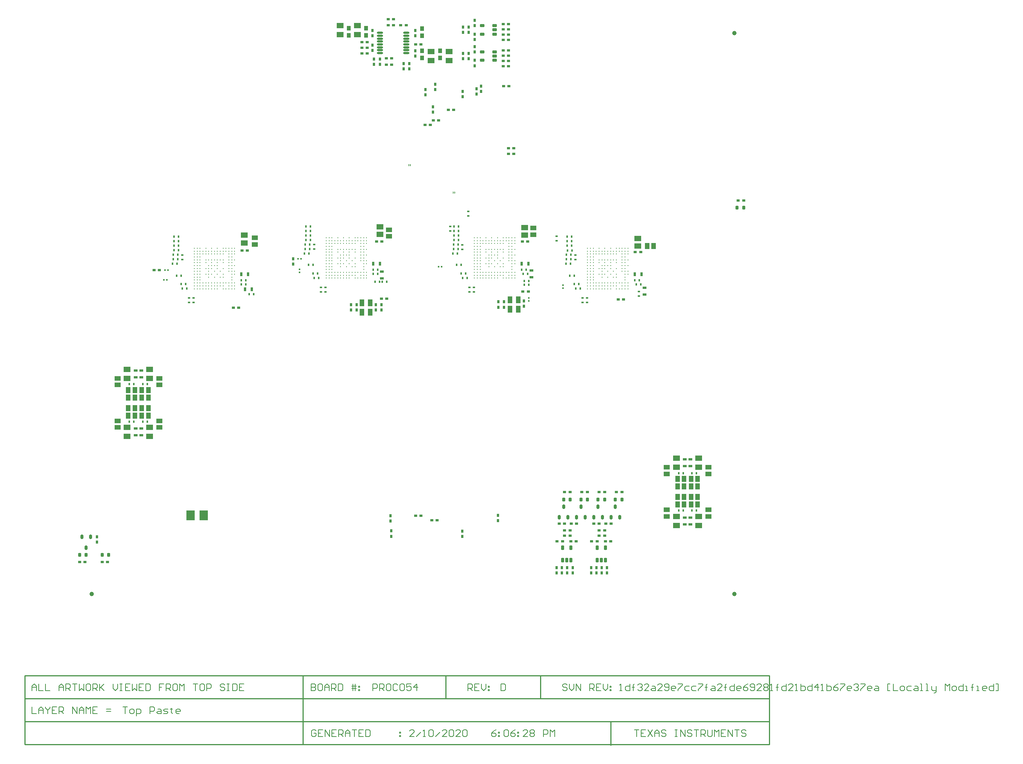
<source format=gtp>
G04*
G04 #@! TF.GenerationSoftware,Altium Limited,Altium Designer,19.1.6 (110)*
G04*
G04 Layer_Color=8421504*
%FSAX25Y25*%
%MOIN*%
G70*
G01*
G75*
%ADD16C,0.01000*%
%ADD18C,0.00800*%
G04:AMPARAMS|DCode=25|XSize=23.62mil|YSize=31.5mil|CornerRadius=2.01mil|HoleSize=0mil|Usage=FLASHONLY|Rotation=180.000|XOffset=0mil|YOffset=0mil|HoleType=Round|Shape=RoundedRectangle|*
%AMROUNDEDRECTD25*
21,1,0.02362,0.02748,0,0,180.0*
21,1,0.01961,0.03150,0,0,180.0*
1,1,0.00402,-0.00980,0.01374*
1,1,0.00402,0.00980,0.01374*
1,1,0.00402,0.00980,-0.01374*
1,1,0.00402,-0.00980,-0.01374*
%
%ADD25ROUNDEDRECTD25*%
G04:AMPARAMS|DCode=26|XSize=23.62mil|YSize=39.37mil|CornerRadius=5.91mil|HoleSize=0mil|Usage=FLASHONLY|Rotation=180.000|XOffset=0mil|YOffset=0mil|HoleType=Round|Shape=RoundedRectangle|*
%AMROUNDEDRECTD26*
21,1,0.02362,0.02756,0,0,180.0*
21,1,0.01181,0.03937,0,0,180.0*
1,1,0.01181,-0.00591,0.01378*
1,1,0.01181,0.00591,0.01378*
1,1,0.01181,0.00591,-0.01378*
1,1,0.01181,-0.00591,-0.01378*
%
%ADD26ROUNDEDRECTD26*%
%ADD27O,0.05512X0.01772*%
G04:AMPARAMS|DCode=28|XSize=41.34mil|YSize=57.09mil|CornerRadius=2.07mil|HoleSize=0mil|Usage=FLASHONLY|Rotation=0.000|XOffset=0mil|YOffset=0mil|HoleType=Round|Shape=RoundedRectangle|*
%AMROUNDEDRECTD28*
21,1,0.04134,0.05295,0,0,0.0*
21,1,0.03720,0.05709,0,0,0.0*
1,1,0.00413,0.01860,-0.02648*
1,1,0.00413,-0.01860,-0.02648*
1,1,0.00413,-0.01860,0.02648*
1,1,0.00413,0.01860,0.02648*
%
%ADD28ROUNDEDRECTD28*%
%ADD29C,0.03937*%
G04:AMPARAMS|DCode=30|XSize=23.62mil|YSize=39.37mil|CornerRadius=2.01mil|HoleSize=0mil|Usage=FLASHONLY|Rotation=180.000|XOffset=0mil|YOffset=0mil|HoleType=Round|Shape=RoundedRectangle|*
%AMROUNDEDRECTD30*
21,1,0.02362,0.03535,0,0,180.0*
21,1,0.01961,0.03937,0,0,180.0*
1,1,0.00402,-0.00980,0.01768*
1,1,0.00402,0.00980,0.01768*
1,1,0.00402,0.00980,-0.01768*
1,1,0.00402,-0.00980,-0.01768*
%
%ADD30ROUNDEDRECTD30*%
%ADD31C,0.01260*%
G04:AMPARAMS|DCode=32|XSize=87.8mil|YSize=70.87mil|CornerRadius=2.13mil|HoleSize=0mil|Usage=FLASHONLY|Rotation=90.000|XOffset=0mil|YOffset=0mil|HoleType=Round|Shape=RoundedRectangle|*
%AMROUNDEDRECTD32*
21,1,0.08780,0.06661,0,0,90.0*
21,1,0.08354,0.07087,0,0,90.0*
1,1,0.00425,0.03331,0.04177*
1,1,0.00425,0.03331,-0.04177*
1,1,0.00425,-0.03331,-0.04177*
1,1,0.00425,-0.03331,0.04177*
%
%ADD32ROUNDEDRECTD32*%
%ADD33R,0.06300X0.05000*%
%ADD34R,0.05906X0.05118*%
%ADD35R,0.02362X0.03150*%
G04:AMPARAMS|DCode=36|XSize=7.48mil|YSize=17.32mil|CornerRadius=1.98mil|HoleSize=0mil|Usage=FLASHONLY|Rotation=0.000|XOffset=0mil|YOffset=0mil|HoleType=Round|Shape=RoundedRectangle|*
%AMROUNDEDRECTD36*
21,1,0.00748,0.01336,0,0,0.0*
21,1,0.00352,0.01732,0,0,0.0*
1,1,0.00397,0.00176,-0.00668*
1,1,0.00397,-0.00176,-0.00668*
1,1,0.00397,-0.00176,0.00668*
1,1,0.00397,0.00176,0.00668*
%
%ADD36ROUNDEDRECTD36*%
%ADD37R,0.01654X0.01811*%
%ADD38R,0.01500X0.02400*%
%ADD39R,0.03150X0.02362*%
%ADD40R,0.02400X0.01500*%
G04:AMPARAMS|DCode=41|XSize=23.62mil|YSize=39.37mil|CornerRadius=2.01mil|HoleSize=0mil|Usage=FLASHONLY|Rotation=270.000|XOffset=0mil|YOffset=0mil|HoleType=Round|Shape=RoundedRectangle|*
%AMROUNDEDRECTD41*
21,1,0.02362,0.03535,0,0,270.0*
21,1,0.01961,0.03937,0,0,270.0*
1,1,0.00402,-0.01768,-0.00980*
1,1,0.00402,-0.01768,0.00980*
1,1,0.00402,0.01768,0.00980*
1,1,0.00402,0.01768,-0.00980*
%
%ADD41ROUNDEDRECTD41*%
%ADD42R,0.01811X0.01654*%
%ADD43R,0.03500X0.02000*%
%ADD44R,0.02000X0.03500*%
%ADD45R,0.04331X0.05512*%
%ADD46R,0.05512X0.04331*%
%ADD47R,0.03740X0.03937*%
G54D16*
X0569450Y0049400D02*
Y0069683D01*
X0450550Y0050050D02*
X0710250D01*
Y0111050D01*
X0296550Y0050050D02*
Y0111050D01*
X0050050Y0050050D02*
Y0111050D01*
X0050100Y0050050D02*
X0207650D01*
X0050100D02*
Y0111050D01*
Y0111050D02*
X0710250D01*
X0050050Y0050050D02*
X0450550D01*
X0050050Y0070383D02*
X0710050D01*
X0050050Y0090717D02*
X0710250D01*
X0423250D02*
Y0111050D01*
X0507250Y0090717D02*
Y0111050D01*
G54D18*
X0136950Y0083549D02*
X0140949D01*
X0138949D01*
Y0077551D01*
X0143948D02*
X0145947D01*
X0146947Y0078550D01*
Y0080550D01*
X0145947Y0081549D01*
X0143948D01*
X0142948Y0080550D01*
Y0078550D01*
X0143948Y0077551D01*
X0148946Y0075551D02*
Y0081549D01*
X0151945D01*
X0152945Y0080550D01*
Y0078550D01*
X0151945Y0077551D01*
X0148946D01*
X0160942D02*
Y0083549D01*
X0163941D01*
X0164941Y0082549D01*
Y0080550D01*
X0163941Y0079550D01*
X0160942D01*
X0167940Y0081549D02*
X0169939D01*
X0170939Y0080550D01*
Y0077551D01*
X0167940D01*
X0166940Y0078550D01*
X0167940Y0079550D01*
X0170939D01*
X0172938Y0077551D02*
X0175937D01*
X0176937Y0078550D01*
X0175937Y0079550D01*
X0173938D01*
X0172938Y0080550D01*
X0173938Y0081549D01*
X0176937D01*
X0179936Y0082549D02*
Y0081549D01*
X0178936D01*
X0180936D01*
X0179936D01*
Y0078550D01*
X0180936Y0077551D01*
X0186934D02*
X0184934D01*
X0183935Y0078550D01*
Y0080550D01*
X0184934Y0081549D01*
X0186934D01*
X0187934Y0080550D01*
Y0079550D01*
X0183935D01*
X0590550Y0062964D02*
X0594549D01*
X0592549D01*
Y0056966D01*
X0600547Y0062964D02*
X0596548D01*
Y0056966D01*
X0600547D01*
X0596548Y0059965D02*
X0598547D01*
X0602546Y0062964D02*
X0606545Y0056966D01*
Y0062964D02*
X0602546Y0056966D01*
X0608544D02*
Y0060965D01*
X0610543Y0062964D01*
X0612543Y0060965D01*
Y0056966D01*
Y0059965D01*
X0608544D01*
X0618541Y0061965D02*
X0617541Y0062964D01*
X0615542D01*
X0614542Y0061965D01*
Y0060965D01*
X0615542Y0059965D01*
X0617541D01*
X0618541Y0058966D01*
Y0057966D01*
X0617541Y0056966D01*
X0615542D01*
X0614542Y0057966D01*
X0626538Y0062964D02*
X0628538D01*
X0627538D01*
Y0056966D01*
X0626538D01*
X0628538D01*
X0631537D02*
Y0062964D01*
X0635535Y0056966D01*
Y0062964D01*
X0641534Y0061965D02*
X0640534Y0062964D01*
X0638534D01*
X0637535Y0061965D01*
Y0060965D01*
X0638534Y0059965D01*
X0640534D01*
X0641534Y0058966D01*
Y0057966D01*
X0640534Y0056966D01*
X0638534D01*
X0637535Y0057966D01*
X0643533Y0062964D02*
X0647532D01*
X0645532D01*
Y0056966D01*
X0649531D02*
Y0062964D01*
X0652530D01*
X0653530Y0061965D01*
Y0059965D01*
X0652530Y0058966D01*
X0649531D01*
X0651530D02*
X0653530Y0056966D01*
X0655529Y0062964D02*
Y0057966D01*
X0656529Y0056966D01*
X0658528D01*
X0659528Y0057966D01*
Y0062964D01*
X0661527Y0056966D02*
Y0062964D01*
X0663526Y0060965D01*
X0665526Y0062964D01*
Y0056966D01*
X0671524Y0062964D02*
X0667525D01*
Y0056966D01*
X0671524D01*
X0667525Y0059965D02*
X0669524D01*
X0673523Y0056966D02*
Y0062964D01*
X0677522Y0056966D01*
Y0062964D01*
X0679521D02*
X0683520D01*
X0681521D01*
Y0056966D01*
X0689518Y0061965D02*
X0688518Y0062964D01*
X0686519D01*
X0685519Y0061965D01*
Y0060965D01*
X0686519Y0059965D01*
X0688518D01*
X0689518Y0058966D01*
Y0057966D01*
X0688518Y0056966D01*
X0686519D01*
X0685519Y0057966D01*
X0468099Y0062964D02*
X0466099Y0061965D01*
X0464100Y0059965D01*
Y0057966D01*
X0465100Y0056966D01*
X0467099D01*
X0468099Y0057966D01*
Y0058966D01*
X0467099Y0059965D01*
X0464100D01*
X0470098Y0060965D02*
X0471098D01*
Y0059965D01*
X0470098D01*
Y0060965D01*
Y0057966D02*
X0471098D01*
Y0056966D01*
X0470098D01*
Y0057966D01*
X0475096Y0061965D02*
X0476096Y0062964D01*
X0478095D01*
X0479095Y0061965D01*
Y0057966D01*
X0478095Y0056966D01*
X0476096D01*
X0475096Y0057966D01*
Y0061965D01*
X0485093Y0062964D02*
X0483094Y0061965D01*
X0481095Y0059965D01*
Y0057966D01*
X0482094Y0056966D01*
X0484094D01*
X0485093Y0057966D01*
Y0058966D01*
X0484094Y0059965D01*
X0481095D01*
X0487093Y0060965D02*
X0488092D01*
Y0059965D01*
X0487093D01*
Y0060965D01*
Y0057966D02*
X0488092D01*
Y0056966D01*
X0487093D01*
Y0057966D01*
X0496090Y0056966D02*
X0492091D01*
X0496090Y0060965D01*
Y0061965D01*
X0495090Y0062964D01*
X0493091D01*
X0492091Y0061965D01*
X0498089D02*
X0499089Y0062964D01*
X0501088D01*
X0502088Y0061965D01*
Y0060965D01*
X0501088Y0059965D01*
X0502088Y0058966D01*
Y0057966D01*
X0501088Y0056966D01*
X0499089D01*
X0498089Y0057966D01*
Y0058966D01*
X0499089Y0059965D01*
X0498089Y0060965D01*
Y0061965D01*
X0499089Y0059965D02*
X0501088D01*
X0510085Y0056966D02*
Y0062964D01*
X0513084D01*
X0514084Y0061965D01*
Y0059965D01*
X0513084Y0058966D01*
X0510085D01*
X0516083Y0056966D02*
Y0062964D01*
X0518083Y0060965D01*
X0520082Y0062964D01*
Y0056966D01*
X0056400Y0083549D02*
Y0077551D01*
X0060399D01*
X0062398D02*
Y0081549D01*
X0064397Y0083549D01*
X0066397Y0081549D01*
Y0077551D01*
Y0080550D01*
X0062398D01*
X0068396Y0083549D02*
Y0082549D01*
X0070395Y0080550D01*
X0072395Y0082549D01*
Y0083549D01*
X0070395Y0080550D02*
Y0077551D01*
X0078393Y0083549D02*
X0074394D01*
Y0077551D01*
X0078393D01*
X0074394Y0080550D02*
X0076394D01*
X0080392Y0077551D02*
Y0083549D01*
X0083391D01*
X0084391Y0082549D01*
Y0080550D01*
X0083391Y0079550D01*
X0080392D01*
X0082392D02*
X0084391Y0077551D01*
X0092388D02*
Y0083549D01*
X0096387Y0077551D01*
Y0083549D01*
X0098386Y0077551D02*
Y0081549D01*
X0100386Y0083549D01*
X0102385Y0081549D01*
Y0077551D01*
Y0080550D01*
X0098386D01*
X0104385Y0077551D02*
Y0083549D01*
X0106384Y0081549D01*
X0108383Y0083549D01*
Y0077551D01*
X0114381Y0083549D02*
X0110382D01*
Y0077551D01*
X0114381D01*
X0110382Y0080550D02*
X0112382D01*
X0122379Y0079550D02*
X0126377D01*
X0122379Y0081549D02*
X0126377D01*
X0304050Y0103831D02*
Y0097833D01*
X0307049D01*
X0308049Y0098833D01*
Y0099833D01*
X0307049Y0100832D01*
X0304050D01*
X0307049D01*
X0308049Y0101832D01*
Y0102832D01*
X0307049Y0103831D01*
X0304050D01*
X0313047D02*
X0311048D01*
X0310048Y0102832D01*
Y0098833D01*
X0311048Y0097833D01*
X0313047D01*
X0314047Y0098833D01*
Y0102832D01*
X0313047Y0103831D01*
X0316046Y0097833D02*
Y0101832D01*
X0318045Y0103831D01*
X0320045Y0101832D01*
Y0097833D01*
Y0100832D01*
X0316046D01*
X0322044Y0097833D02*
Y0103831D01*
X0325043D01*
X0326043Y0102832D01*
Y0100832D01*
X0325043Y0099833D01*
X0322044D01*
X0324043D02*
X0326043Y0097833D01*
X0328042Y0103831D02*
Y0097833D01*
X0331041D01*
X0332041Y0098833D01*
Y0102832D01*
X0331041Y0103831D01*
X0328042D01*
X0341038Y0097833D02*
Y0103831D01*
X0343037D02*
Y0097833D01*
X0340038Y0101832D02*
X0343037D01*
X0344037D01*
X0340038Y0099833D02*
X0344037D01*
X0346036Y0101832D02*
X0347036D01*
Y0100832D01*
X0346036D01*
Y0101832D01*
Y0098833D02*
X0347036D01*
Y0097833D01*
X0346036D01*
Y0098833D01*
X0358600Y0097833D02*
Y0103831D01*
X0361599D01*
X0362599Y0102832D01*
Y0100832D01*
X0361599Y0099833D01*
X0358600D01*
X0364598Y0097833D02*
Y0103831D01*
X0367597D01*
X0368597Y0102832D01*
Y0100832D01*
X0367597Y0099833D01*
X0364598D01*
X0366597D02*
X0368597Y0097833D01*
X0373595Y0103831D02*
X0371596D01*
X0370596Y0102832D01*
Y0098833D01*
X0371596Y0097833D01*
X0373595D01*
X0374595Y0098833D01*
Y0102832D01*
X0373595Y0103831D01*
X0380593Y0102832D02*
X0379593Y0103831D01*
X0377594D01*
X0376594Y0102832D01*
Y0098833D01*
X0377594Y0097833D01*
X0379593D01*
X0380593Y0098833D01*
X0382592Y0102832D02*
X0383592Y0103831D01*
X0385591D01*
X0386591Y0102832D01*
Y0098833D01*
X0385591Y0097833D01*
X0383592D01*
X0382592Y0098833D01*
Y0102832D01*
X0392589Y0103831D02*
X0388590D01*
Y0100832D01*
X0390590Y0101832D01*
X0391589D01*
X0392589Y0100832D01*
Y0098833D01*
X0391589Y0097833D01*
X0389590D01*
X0388590Y0098833D01*
X0397587Y0097833D02*
Y0103831D01*
X0394588Y0100832D01*
X0398587D01*
X0472200Y0103831D02*
Y0097833D01*
X0475199D01*
X0476199Y0098833D01*
Y0102832D01*
X0475199Y0103831D01*
X0472200D01*
X0056400Y0097833D02*
Y0101832D01*
X0058399Y0103831D01*
X0060399Y0101832D01*
Y0097833D01*
Y0100832D01*
X0056400D01*
X0062398Y0103831D02*
Y0097833D01*
X0066397D01*
X0068396Y0103831D02*
Y0097833D01*
X0072395D01*
X0080392D02*
Y0101832D01*
X0082392Y0103831D01*
X0084391Y0101832D01*
Y0097833D01*
Y0100832D01*
X0080392D01*
X0086390Y0097833D02*
Y0103831D01*
X0089389D01*
X0090389Y0102832D01*
Y0100832D01*
X0089389Y0099833D01*
X0086390D01*
X0088390D02*
X0090389Y0097833D01*
X0092388Y0103831D02*
X0096387D01*
X0094388D01*
Y0097833D01*
X0098386Y0103831D02*
Y0097833D01*
X0100386Y0099833D01*
X0102385Y0097833D01*
Y0103831D01*
X0107384D02*
X0105384D01*
X0104385Y0102832D01*
Y0098833D01*
X0105384Y0097833D01*
X0107384D01*
X0108383Y0098833D01*
Y0102832D01*
X0107384Y0103831D01*
X0110382Y0097833D02*
Y0103831D01*
X0113382D01*
X0114381Y0102832D01*
Y0100832D01*
X0113382Y0099833D01*
X0110382D01*
X0112382D02*
X0114381Y0097833D01*
X0116381Y0103831D02*
Y0097833D01*
Y0099833D01*
X0120379Y0103831D01*
X0117380Y0100832D01*
X0120379Y0097833D01*
X0128377Y0103831D02*
Y0099833D01*
X0130376Y0097833D01*
X0132375Y0099833D01*
Y0103831D01*
X0134375D02*
X0136374D01*
X0135374D01*
Y0097833D01*
X0134375D01*
X0136374D01*
X0143372Y0103831D02*
X0139373D01*
Y0097833D01*
X0143372D01*
X0139373Y0100832D02*
X0141373D01*
X0145371Y0103831D02*
Y0097833D01*
X0147371Y0099833D01*
X0149370Y0097833D01*
Y0103831D01*
X0155368D02*
X0151369D01*
Y0097833D01*
X0155368D01*
X0151369Y0100832D02*
X0153369D01*
X0157367Y0103831D02*
Y0097833D01*
X0160366D01*
X0161366Y0098833D01*
Y0102832D01*
X0160366Y0103831D01*
X0157367D01*
X0173362D02*
X0169363D01*
Y0100832D01*
X0171363D01*
X0169363D01*
Y0097833D01*
X0175362D02*
Y0103831D01*
X0178360D01*
X0179360Y0102832D01*
Y0100832D01*
X0178360Y0099833D01*
X0175362D01*
X0177361D02*
X0179360Y0097833D01*
X0184359Y0103831D02*
X0182359D01*
X0181360Y0102832D01*
Y0098833D01*
X0182359Y0097833D01*
X0184359D01*
X0185358Y0098833D01*
Y0102832D01*
X0184359Y0103831D01*
X0187358Y0097833D02*
Y0103831D01*
X0189357Y0101832D01*
X0191356Y0103831D01*
Y0097833D01*
X0199354Y0103831D02*
X0203352D01*
X0201353D01*
Y0097833D01*
X0208351Y0103831D02*
X0206351D01*
X0205352Y0102832D01*
Y0098833D01*
X0206351Y0097833D01*
X0208351D01*
X0209350Y0098833D01*
Y0102832D01*
X0208351Y0103831D01*
X0211350Y0097833D02*
Y0103831D01*
X0214349D01*
X0215349Y0102832D01*
Y0100832D01*
X0214349Y0099833D01*
X0211350D01*
X0227345Y0102832D02*
X0226345Y0103831D01*
X0224346D01*
X0223346Y0102832D01*
Y0101832D01*
X0224346Y0100832D01*
X0226345D01*
X0227345Y0099833D01*
Y0098833D01*
X0226345Y0097833D01*
X0224346D01*
X0223346Y0098833D01*
X0229344Y0103831D02*
X0231343D01*
X0230344D01*
Y0097833D01*
X0229344D01*
X0231343D01*
X0234342Y0103831D02*
Y0097833D01*
X0237341D01*
X0238341Y0098833D01*
Y0102832D01*
X0237341Y0103831D01*
X0234342D01*
X0244339D02*
X0240340D01*
Y0097833D01*
X0244339D01*
X0240340Y0100832D02*
X0242340D01*
X0308249Y0061965D02*
X0307249Y0062964D01*
X0305250D01*
X0304250Y0061965D01*
Y0057966D01*
X0305250Y0056966D01*
X0307249D01*
X0308249Y0057966D01*
Y0059965D01*
X0306249D01*
X0314247Y0062964D02*
X0310248D01*
Y0056966D01*
X0314247D01*
X0310248Y0059965D02*
X0312247D01*
X0316246Y0056966D02*
Y0062964D01*
X0320245Y0056966D01*
Y0062964D01*
X0326243D02*
X0322244D01*
Y0056966D01*
X0326243D01*
X0322244Y0059965D02*
X0324243D01*
X0328242Y0056966D02*
Y0062964D01*
X0331241D01*
X0332241Y0061965D01*
Y0059965D01*
X0331241Y0058966D01*
X0328242D01*
X0330242D02*
X0332241Y0056966D01*
X0334240D02*
Y0060965D01*
X0336240Y0062964D01*
X0338239Y0060965D01*
Y0056966D01*
Y0059965D01*
X0334240D01*
X0340238Y0062964D02*
X0344237D01*
X0342238D01*
Y0056966D01*
X0350235Y0062964D02*
X0346236D01*
Y0056966D01*
X0350235D01*
X0346236Y0059965D02*
X0348236D01*
X0352235Y0062964D02*
Y0056966D01*
X0355234D01*
X0356233Y0057966D01*
Y0061965D01*
X0355234Y0062964D01*
X0352235D01*
X0382225Y0060965D02*
X0383225D01*
Y0059965D01*
X0382225D01*
Y0060965D01*
Y0057966D02*
X0383225D01*
Y0056966D01*
X0382225D01*
Y0057966D01*
X0395199Y0056966D02*
X0391200D01*
X0395199Y0060965D01*
Y0061965D01*
X0394199Y0062964D01*
X0392200D01*
X0391200Y0061965D01*
X0397198Y0056966D02*
X0401197Y0060965D01*
X0403196Y0056966D02*
X0405196D01*
X0404196D01*
Y0062964D01*
X0403196Y0061965D01*
X0408194D02*
X0409194Y0062964D01*
X0411194D01*
X0412193Y0061965D01*
Y0057966D01*
X0411194Y0056966D01*
X0409194D01*
X0408194Y0057966D01*
Y0061965D01*
X0414193Y0056966D02*
X0418191Y0060965D01*
X0424189Y0056966D02*
X0420191D01*
X0424189Y0060965D01*
Y0061965D01*
X0423190Y0062964D01*
X0421190D01*
X0420191Y0061965D01*
X0426189D02*
X0427188Y0062964D01*
X0429188D01*
X0430187Y0061965D01*
Y0057966D01*
X0429188Y0056966D01*
X0427188D01*
X0426189Y0057966D01*
Y0061965D01*
X0436186Y0056966D02*
X0432187D01*
X0436186Y0060965D01*
Y0061965D01*
X0435186Y0062964D01*
X0433186D01*
X0432187Y0061965D01*
X0438185D02*
X0439185Y0062964D01*
X0441184D01*
X0442183Y0061965D01*
Y0057966D01*
X0441184Y0056966D01*
X0439185D01*
X0438185Y0057966D01*
Y0061965D01*
X0443050Y0097833D02*
Y0103831D01*
X0446049D01*
X0447049Y0102832D01*
Y0100832D01*
X0446049Y0099833D01*
X0443050D01*
X0445049D02*
X0447049Y0097833D01*
X0453047Y0103831D02*
X0449048D01*
Y0097833D01*
X0453047D01*
X0449048Y0100832D02*
X0451047D01*
X0455046Y0103831D02*
Y0099833D01*
X0457046Y0097833D01*
X0459045Y0099833D01*
Y0103831D01*
X0461044Y0101832D02*
X0462044D01*
Y0100832D01*
X0461044D01*
Y0101832D01*
Y0098833D02*
X0462044D01*
Y0097833D01*
X0461044D01*
Y0098833D01*
X0530849Y0102832D02*
X0529849Y0103831D01*
X0527850D01*
X0526850Y0102832D01*
Y0101832D01*
X0527850Y0100832D01*
X0529849D01*
X0530849Y0099833D01*
Y0098833D01*
X0529849Y0097833D01*
X0527850D01*
X0526850Y0098833D01*
X0532848Y0103831D02*
Y0099833D01*
X0534847Y0097833D01*
X0536847Y0099833D01*
Y0103831D01*
X0538846Y0097833D02*
Y0103831D01*
X0542845Y0097833D01*
Y0103831D01*
X0550842Y0097833D02*
Y0103831D01*
X0553841D01*
X0554841Y0102832D01*
Y0100832D01*
X0553841Y0099833D01*
X0550842D01*
X0552842D02*
X0554841Y0097833D01*
X0560839Y0103831D02*
X0556840D01*
Y0097833D01*
X0560839D01*
X0556840Y0100832D02*
X0558840D01*
X0562838Y0103831D02*
Y0099833D01*
X0564838Y0097833D01*
X0566837Y0099833D01*
Y0103831D01*
X0568836Y0101832D02*
X0569836D01*
Y0100832D01*
X0568836D01*
Y0101832D01*
Y0098833D02*
X0569836D01*
Y0097833D01*
X0568836D01*
Y0098833D01*
X0577450Y0097833D02*
X0579449D01*
X0578450D01*
Y0103831D01*
X0577450Y0102832D01*
X0586447Y0103831D02*
Y0097833D01*
X0583448D01*
X0582448Y0098833D01*
Y0100832D01*
X0583448Y0101832D01*
X0586447D01*
X0589446Y0097833D02*
Y0102832D01*
Y0100832D01*
X0588446D01*
X0590446D01*
X0589446D01*
Y0102832D01*
X0590446Y0103831D01*
X0593445Y0102832D02*
X0594445Y0103831D01*
X0596444D01*
X0597443Y0102832D01*
Y0101832D01*
X0596444Y0100832D01*
X0595444D01*
X0596444D01*
X0597443Y0099833D01*
Y0098833D01*
X0596444Y0097833D01*
X0594445D01*
X0593445Y0098833D01*
X0603442Y0097833D02*
X0599443D01*
X0603442Y0101832D01*
Y0102832D01*
X0602442Y0103831D01*
X0600443D01*
X0599443Y0102832D01*
X0606441Y0101832D02*
X0608440D01*
X0609440Y0100832D01*
Y0097833D01*
X0606441D01*
X0605441Y0098833D01*
X0606441Y0099833D01*
X0609440D01*
X0615438Y0097833D02*
X0611439D01*
X0615438Y0101832D01*
Y0102832D01*
X0614438Y0103831D01*
X0612439D01*
X0611439Y0102832D01*
X0617437Y0098833D02*
X0618437Y0097833D01*
X0620436D01*
X0621436Y0098833D01*
Y0102832D01*
X0620436Y0103831D01*
X0618437D01*
X0617437Y0102832D01*
Y0101832D01*
X0618437Y0100832D01*
X0621436D01*
X0626434Y0097833D02*
X0624435D01*
X0623435Y0098833D01*
Y0100832D01*
X0624435Y0101832D01*
X0626434D01*
X0627434Y0100832D01*
Y0099833D01*
X0623435D01*
X0629433Y0103831D02*
X0633432D01*
Y0102832D01*
X0629433Y0098833D01*
Y0097833D01*
X0639430Y0101832D02*
X0636431D01*
X0635431Y0100832D01*
Y0098833D01*
X0636431Y0097833D01*
X0639430D01*
X0645428Y0101832D02*
X0642429D01*
X0641429Y0100832D01*
Y0098833D01*
X0642429Y0097833D01*
X0645428D01*
X0647427Y0103831D02*
X0651426D01*
Y0102832D01*
X0647427Y0098833D01*
Y0097833D01*
X0654425D02*
Y0102832D01*
Y0100832D01*
X0653425D01*
X0655425D01*
X0654425D01*
Y0102832D01*
X0655425Y0103831D01*
X0659423Y0101832D02*
X0661423D01*
X0662423Y0100832D01*
Y0097833D01*
X0659423D01*
X0658424Y0098833D01*
X0659423Y0099833D01*
X0662423D01*
X0668421Y0097833D02*
X0664422D01*
X0668421Y0101832D01*
Y0102832D01*
X0667421Y0103831D01*
X0665421D01*
X0664422Y0102832D01*
X0671420Y0097833D02*
Y0102832D01*
Y0100832D01*
X0670420D01*
X0672419D01*
X0671420D01*
Y0102832D01*
X0672419Y0103831D01*
X0679417D02*
Y0097833D01*
X0676418D01*
X0675418Y0098833D01*
Y0100832D01*
X0676418Y0101832D01*
X0679417D01*
X0684415Y0097833D02*
X0682416D01*
X0681416Y0098833D01*
Y0100832D01*
X0682416Y0101832D01*
X0684415D01*
X0685415Y0100832D01*
Y0099833D01*
X0681416D01*
X0691413Y0103831D02*
X0689414Y0102832D01*
X0687414Y0100832D01*
Y0098833D01*
X0688414Y0097833D01*
X0690414D01*
X0691413Y0098833D01*
Y0099833D01*
X0690414Y0100832D01*
X0687414D01*
X0693412Y0098833D02*
X0694412Y0097833D01*
X0696412D01*
X0697411Y0098833D01*
Y0102832D01*
X0696412Y0103831D01*
X0694412D01*
X0693412Y0102832D01*
Y0101832D01*
X0694412Y0100832D01*
X0697411D01*
X0703409Y0097833D02*
X0699410D01*
X0703409Y0101832D01*
Y0102832D01*
X0702410Y0103831D01*
X0700410D01*
X0699410Y0102832D01*
X0705409D02*
X0706408Y0103831D01*
X0708408D01*
X0709407Y0102832D01*
Y0101832D01*
X0708408Y0100832D01*
X0709407Y0099833D01*
Y0098833D01*
X0708408Y0097833D01*
X0706408D01*
X0705409Y0098833D01*
Y0099833D01*
X0706408Y0100832D01*
X0705409Y0101832D01*
Y0102832D01*
X0706408Y0100832D02*
X0708408D01*
X0711407Y0097833D02*
X0713406D01*
X0712406D01*
Y0103831D01*
X0711407Y0102832D01*
X0717405Y0097833D02*
Y0102832D01*
Y0100832D01*
X0716405D01*
X0718404D01*
X0717405D01*
Y0102832D01*
X0718404Y0103831D01*
X0725402D02*
Y0097833D01*
X0722403D01*
X0721403Y0098833D01*
Y0100832D01*
X0722403Y0101832D01*
X0725402D01*
X0731400Y0097833D02*
X0727401D01*
X0731400Y0101832D01*
Y0102832D01*
X0730401Y0103831D01*
X0728401D01*
X0727401Y0102832D01*
X0733399Y0097833D02*
X0735399D01*
X0734399D01*
Y0103831D01*
X0733399Y0102832D01*
X0738398Y0103831D02*
Y0097833D01*
X0741397D01*
X0742397Y0098833D01*
Y0099833D01*
Y0100832D01*
X0741397Y0101832D01*
X0738398D01*
X0748395Y0103831D02*
Y0097833D01*
X0745396D01*
X0744396Y0098833D01*
Y0100832D01*
X0745396Y0101832D01*
X0748395D01*
X0753393Y0097833D02*
Y0103831D01*
X0750394Y0100832D01*
X0754393D01*
X0756392Y0097833D02*
X0758391D01*
X0757392D01*
Y0103831D01*
X0756392Y0102832D01*
X0761390Y0103831D02*
Y0097833D01*
X0764390D01*
X0765389Y0098833D01*
Y0099833D01*
Y0100832D01*
X0764390Y0101832D01*
X0761390D01*
X0771387Y0103831D02*
X0769388Y0102832D01*
X0767388Y0100832D01*
Y0098833D01*
X0768388Y0097833D01*
X0770388D01*
X0771387Y0098833D01*
Y0099833D01*
X0770388Y0100832D01*
X0767388D01*
X0773387Y0103831D02*
X0777385D01*
Y0102832D01*
X0773387Y0098833D01*
Y0097833D01*
X0782384D02*
X0780384D01*
X0779385Y0098833D01*
Y0100832D01*
X0780384Y0101832D01*
X0782384D01*
X0783383Y0100832D01*
Y0099833D01*
X0779385D01*
X0785383Y0102832D02*
X0786382Y0103831D01*
X0788382D01*
X0789381Y0102832D01*
Y0101832D01*
X0788382Y0100832D01*
X0787382D01*
X0788382D01*
X0789381Y0099833D01*
Y0098833D01*
X0788382Y0097833D01*
X0786382D01*
X0785383Y0098833D01*
X0791381Y0103831D02*
X0795379D01*
Y0102832D01*
X0791381Y0098833D01*
Y0097833D01*
X0800378D02*
X0798379D01*
X0797379Y0098833D01*
Y0100832D01*
X0798379Y0101832D01*
X0800378D01*
X0801377Y0100832D01*
Y0099833D01*
X0797379D01*
X0804377Y0101832D02*
X0806376D01*
X0807376Y0100832D01*
Y0097833D01*
X0804377D01*
X0803377Y0098833D01*
X0804377Y0099833D01*
X0807376D01*
X0817372Y0097833D02*
X0815373D01*
Y0103831D01*
X0817372D01*
X0820371D02*
Y0097833D01*
X0824370D01*
X0827369D02*
X0829368D01*
X0830368Y0098833D01*
Y0100832D01*
X0829368Y0101832D01*
X0827369D01*
X0826369Y0100832D01*
Y0098833D01*
X0827369Y0097833D01*
X0836366Y0101832D02*
X0833367D01*
X0832368Y0100832D01*
Y0098833D01*
X0833367Y0097833D01*
X0836366D01*
X0839365Y0101832D02*
X0841365D01*
X0842364Y0100832D01*
Y0097833D01*
X0839365D01*
X0838366Y0098833D01*
X0839365Y0099833D01*
X0842364D01*
X0844364Y0097833D02*
X0846363D01*
X0845363D01*
Y0103831D01*
X0844364D01*
X0849362Y0097833D02*
X0851361D01*
X0850362D01*
Y0103831D01*
X0849362D01*
X0854360Y0101832D02*
Y0098833D01*
X0855360Y0097833D01*
X0858359D01*
Y0096834D01*
X0857359Y0095834D01*
X0856360D01*
X0858359Y0097833D02*
Y0101832D01*
X0866356Y0097833D02*
Y0103831D01*
X0868356Y0101832D01*
X0870355Y0103831D01*
Y0097833D01*
X0873354D02*
X0875354D01*
X0876353Y0098833D01*
Y0100832D01*
X0875354Y0101832D01*
X0873354D01*
X0872355Y0100832D01*
Y0098833D01*
X0873354Y0097833D01*
X0882351Y0103831D02*
Y0097833D01*
X0879352D01*
X0878353Y0098833D01*
Y0100832D01*
X0879352Y0101832D01*
X0882351D01*
X0884351Y0097833D02*
X0886350D01*
X0885350D01*
Y0101832D01*
X0884351D01*
X0890349Y0097833D02*
Y0102832D01*
Y0100832D01*
X0889349D01*
X0891348D01*
X0890349D01*
Y0102832D01*
X0891348Y0103831D01*
X0894347Y0097833D02*
X0896347D01*
X0895347D01*
Y0101832D01*
X0894347D01*
X0902345Y0097833D02*
X0900346D01*
X0899346Y0098833D01*
Y0100832D01*
X0900346Y0101832D01*
X0902345D01*
X0903345Y0100832D01*
Y0099833D01*
X0899346D01*
X0909343Y0103831D02*
Y0097833D01*
X0906344D01*
X0905344Y0098833D01*
Y0100832D01*
X0906344Y0101832D01*
X0909343D01*
X0911342Y0097833D02*
X0913341D01*
Y0103831D01*
X0911342D01*
G54D25*
X0543111Y0267178D02*
D03*
X0548820D02*
D03*
X0118686Y0218261D02*
D03*
X0124394D02*
D03*
X0104394D02*
D03*
X0098686D02*
D03*
X0687465Y0525876D02*
D03*
X0681756D02*
D03*
X0527788Y0267178D02*
D03*
X0533497D02*
D03*
X0558433D02*
D03*
X0564142D02*
D03*
X0573756D02*
D03*
X0579465D02*
D03*
G54D26*
X0539371Y0251296D02*
D03*
X0546851D02*
D03*
X0543111Y0260745D02*
D03*
X0108134Y0234013D02*
D03*
X0100654D02*
D03*
X0104394Y0224564D02*
D03*
X0524048Y0251296D02*
D03*
X0531529D02*
D03*
X0527788Y0260745D02*
D03*
X0554693Y0251296D02*
D03*
X0562174D02*
D03*
X0558433Y0260745D02*
D03*
X0570016Y0251296D02*
D03*
X0577496D02*
D03*
X0573756Y0260745D02*
D03*
G54D27*
X0364907Y0680649D02*
D03*
Y0678090D02*
D03*
Y0675531D02*
D03*
Y0672972D02*
D03*
Y0670413D02*
D03*
Y0667854D02*
D03*
Y0665295D02*
D03*
Y0662736D02*
D03*
X0388136Y0680649D02*
D03*
Y0678090D02*
D03*
Y0675531D02*
D03*
Y0672972D02*
D03*
Y0670413D02*
D03*
Y0667854D02*
D03*
Y0665295D02*
D03*
Y0662736D02*
D03*
G54D28*
X0356345Y0441532D02*
D03*
Y0433068D02*
D03*
X0349061D02*
D03*
Y0441532D02*
D03*
X0487525Y0444263D02*
D03*
Y0435799D02*
D03*
X0480242D02*
D03*
Y0444263D02*
D03*
G54D29*
X0679150Y0183400D02*
D03*
Y0680400D02*
D03*
X0109250Y0183400D02*
D03*
G54D30*
X0526809Y0213458D02*
D03*
X0530549D02*
D03*
X0534289D02*
D03*
Y0224285D02*
D03*
X0526809D02*
D03*
X0557454Y0213458D02*
D03*
X0561194D02*
D03*
X0564934D02*
D03*
Y0224285D02*
D03*
X0557454D02*
D03*
G54D31*
X0456403Y0494045D02*
D03*
X0458962D02*
D03*
X0461521D02*
D03*
X0464080D02*
D03*
X0466639D02*
D03*
X0469198D02*
D03*
X0471758D02*
D03*
X0474317D02*
D03*
Y0486368D02*
D03*
X0481994Y0471013D02*
D03*
Y0473572D02*
D03*
Y0476131D02*
D03*
X0479435Y0494045D02*
D03*
Y0491486D02*
D03*
Y0488927D02*
D03*
Y0486368D02*
D03*
Y0483809D02*
D03*
Y0481250D02*
D03*
Y0478691D02*
D03*
X0448726Y0463336D02*
D03*
Y0465895D02*
D03*
Y0468454D02*
D03*
Y0471013D02*
D03*
Y0473572D02*
D03*
Y0476131D02*
D03*
Y0478691D02*
D03*
Y0481250D02*
D03*
Y0483809D02*
D03*
Y0486368D02*
D03*
Y0488927D02*
D03*
Y0491486D02*
D03*
Y0494045D02*
D03*
Y0496604D02*
D03*
X0451285Y0463336D02*
D03*
Y0465895D02*
D03*
Y0468454D02*
D03*
Y0471013D02*
D03*
Y0473572D02*
D03*
Y0476131D02*
D03*
Y0478691D02*
D03*
Y0481250D02*
D03*
Y0483809D02*
D03*
Y0486368D02*
D03*
Y0488927D02*
D03*
Y0491486D02*
D03*
Y0494045D02*
D03*
Y0496604D02*
D03*
X0448726Y0499163D02*
D03*
X0453844Y0463336D02*
D03*
Y0465895D02*
D03*
Y0468454D02*
D03*
Y0471013D02*
D03*
Y0473572D02*
D03*
Y0476131D02*
D03*
Y0478691D02*
D03*
Y0481250D02*
D03*
Y0483809D02*
D03*
Y0486368D02*
D03*
Y0488927D02*
D03*
Y0491486D02*
D03*
Y0494045D02*
D03*
Y0496604D02*
D03*
X0451285Y0499163D02*
D03*
X0456403Y0463336D02*
D03*
Y0465895D02*
D03*
Y0468454D02*
D03*
Y0496604D02*
D03*
X0453844Y0499163D02*
D03*
X0458962Y0463336D02*
D03*
Y0465895D02*
D03*
Y0468454D02*
D03*
Y0476131D02*
D03*
Y0481250D02*
D03*
Y0486368D02*
D03*
Y0488927D02*
D03*
Y0496604D02*
D03*
X0461521Y0463336D02*
D03*
Y0465895D02*
D03*
Y0468454D02*
D03*
Y0473572D02*
D03*
Y0476131D02*
D03*
Y0478691D02*
D03*
Y0481250D02*
D03*
Y0483809D02*
D03*
Y0488927D02*
D03*
Y0496604D02*
D03*
X0458962Y0499163D02*
D03*
X0464080Y0463336D02*
D03*
Y0465895D02*
D03*
Y0468454D02*
D03*
Y0476131D02*
D03*
Y0481250D02*
D03*
Y0483809D02*
D03*
Y0486368D02*
D03*
Y0488927D02*
D03*
Y0496604D02*
D03*
X0466639Y0463336D02*
D03*
Y0465895D02*
D03*
Y0468454D02*
D03*
Y0473572D02*
D03*
Y0478691D02*
D03*
Y0483809D02*
D03*
Y0488927D02*
D03*
Y0496604D02*
D03*
X0464080Y0499163D02*
D03*
X0469198Y0463336D02*
D03*
Y0465895D02*
D03*
Y0468454D02*
D03*
Y0476131D02*
D03*
Y0481250D02*
D03*
Y0483809D02*
D03*
Y0486368D02*
D03*
Y0488927D02*
D03*
Y0496604D02*
D03*
X0471758Y0465895D02*
D03*
Y0468454D02*
D03*
Y0473572D02*
D03*
Y0478691D02*
D03*
Y0488927D02*
D03*
Y0496604D02*
D03*
X0469198Y0499163D02*
D03*
X0484553D02*
D03*
X0481994D02*
D03*
X0484553Y0496604D02*
D03*
Y0494045D02*
D03*
Y0488927D02*
D03*
Y0483809D02*
D03*
Y0478691D02*
D03*
Y0476131D02*
D03*
Y0468454D02*
D03*
Y0465895D02*
D03*
Y0463336D02*
D03*
X0479435Y0499163D02*
D03*
X0481994Y0496604D02*
D03*
Y0494045D02*
D03*
Y0491486D02*
D03*
Y0488927D02*
D03*
Y0486368D02*
D03*
Y0483809D02*
D03*
Y0481250D02*
D03*
Y0478691D02*
D03*
Y0468454D02*
D03*
Y0465895D02*
D03*
Y0463336D02*
D03*
X0476876Y0499163D02*
D03*
X0479435Y0496604D02*
D03*
Y0468454D02*
D03*
Y0465895D02*
D03*
Y0463336D02*
D03*
X0474317Y0499163D02*
D03*
X0476876Y0496604D02*
D03*
Y0468454D02*
D03*
Y0463336D02*
D03*
X0474317Y0496604D02*
D03*
Y0488927D02*
D03*
Y0481250D02*
D03*
Y0476131D02*
D03*
Y0473572D02*
D03*
Y0468454D02*
D03*
Y0465895D02*
D03*
Y0463336D02*
D03*
X0207903Y0484645D02*
D03*
X0210462D02*
D03*
X0213021D02*
D03*
X0215580D02*
D03*
X0218139D02*
D03*
X0220698D02*
D03*
X0223257D02*
D03*
X0225816D02*
D03*
Y0476968D02*
D03*
X0233494Y0461613D02*
D03*
Y0464173D02*
D03*
Y0466732D02*
D03*
X0230935Y0484645D02*
D03*
Y0482086D02*
D03*
Y0479527D02*
D03*
Y0476968D02*
D03*
Y0474409D02*
D03*
Y0471850D02*
D03*
Y0469291D02*
D03*
X0200226Y0453936D02*
D03*
Y0456495D02*
D03*
Y0459054D02*
D03*
Y0461613D02*
D03*
Y0464173D02*
D03*
Y0466732D02*
D03*
Y0469291D02*
D03*
Y0471850D02*
D03*
Y0474409D02*
D03*
Y0476968D02*
D03*
Y0479527D02*
D03*
Y0482086D02*
D03*
Y0484645D02*
D03*
Y0487204D02*
D03*
X0202785Y0453936D02*
D03*
Y0456495D02*
D03*
Y0459054D02*
D03*
Y0461613D02*
D03*
Y0464173D02*
D03*
Y0466732D02*
D03*
Y0469291D02*
D03*
Y0471850D02*
D03*
Y0474409D02*
D03*
Y0476968D02*
D03*
Y0479527D02*
D03*
Y0482086D02*
D03*
Y0484645D02*
D03*
Y0487204D02*
D03*
X0200226Y0489763D02*
D03*
X0205344Y0453936D02*
D03*
Y0456495D02*
D03*
Y0459054D02*
D03*
Y0461613D02*
D03*
Y0464173D02*
D03*
Y0466732D02*
D03*
Y0469291D02*
D03*
Y0471850D02*
D03*
Y0474409D02*
D03*
Y0476968D02*
D03*
Y0479527D02*
D03*
Y0482086D02*
D03*
Y0484645D02*
D03*
Y0487204D02*
D03*
X0202785Y0489763D02*
D03*
X0207903Y0453936D02*
D03*
Y0456495D02*
D03*
Y0459054D02*
D03*
Y0487204D02*
D03*
X0205344Y0489763D02*
D03*
X0210462Y0453936D02*
D03*
Y0456495D02*
D03*
Y0459054D02*
D03*
Y0466732D02*
D03*
Y0471850D02*
D03*
Y0476968D02*
D03*
Y0479527D02*
D03*
Y0487204D02*
D03*
X0213021Y0453936D02*
D03*
Y0456495D02*
D03*
Y0459054D02*
D03*
Y0464173D02*
D03*
Y0466732D02*
D03*
Y0469291D02*
D03*
Y0471850D02*
D03*
Y0474409D02*
D03*
Y0479527D02*
D03*
Y0487204D02*
D03*
X0210462Y0489763D02*
D03*
X0215580Y0453936D02*
D03*
Y0456495D02*
D03*
Y0459054D02*
D03*
Y0466732D02*
D03*
Y0471850D02*
D03*
Y0474409D02*
D03*
Y0476968D02*
D03*
Y0479527D02*
D03*
Y0487204D02*
D03*
X0218139Y0453936D02*
D03*
Y0456495D02*
D03*
Y0459054D02*
D03*
Y0464173D02*
D03*
Y0469291D02*
D03*
Y0474409D02*
D03*
Y0479527D02*
D03*
Y0487204D02*
D03*
X0215580Y0489763D02*
D03*
X0220698Y0453936D02*
D03*
Y0456495D02*
D03*
Y0459054D02*
D03*
Y0466732D02*
D03*
Y0471850D02*
D03*
Y0474409D02*
D03*
Y0476968D02*
D03*
Y0479527D02*
D03*
Y0487204D02*
D03*
X0223257Y0456495D02*
D03*
Y0459054D02*
D03*
Y0464173D02*
D03*
Y0469291D02*
D03*
Y0479527D02*
D03*
Y0487204D02*
D03*
X0220698Y0489763D02*
D03*
X0236053D02*
D03*
X0233494D02*
D03*
X0236053Y0487204D02*
D03*
Y0484645D02*
D03*
Y0479527D02*
D03*
Y0474409D02*
D03*
Y0469291D02*
D03*
Y0466732D02*
D03*
Y0459054D02*
D03*
Y0456495D02*
D03*
Y0453936D02*
D03*
X0230935Y0489763D02*
D03*
X0233494Y0487204D02*
D03*
Y0484645D02*
D03*
Y0482086D02*
D03*
Y0479527D02*
D03*
Y0476968D02*
D03*
Y0474409D02*
D03*
Y0471850D02*
D03*
Y0469291D02*
D03*
Y0459054D02*
D03*
Y0456495D02*
D03*
Y0453936D02*
D03*
X0228376Y0489763D02*
D03*
X0230935Y0487204D02*
D03*
Y0459054D02*
D03*
Y0456495D02*
D03*
Y0453936D02*
D03*
X0225816Y0489763D02*
D03*
X0228376Y0487204D02*
D03*
Y0459054D02*
D03*
Y0453936D02*
D03*
X0225816Y0487204D02*
D03*
Y0479527D02*
D03*
Y0471850D02*
D03*
Y0466732D02*
D03*
Y0464173D02*
D03*
Y0459054D02*
D03*
Y0456495D02*
D03*
Y0453936D02*
D03*
X0324903Y0494045D02*
D03*
X0327462D02*
D03*
X0330021D02*
D03*
X0332580D02*
D03*
X0335139D02*
D03*
X0337698D02*
D03*
X0340258D02*
D03*
X0342816D02*
D03*
Y0486368D02*
D03*
X0350494Y0471013D02*
D03*
Y0473572D02*
D03*
Y0476131D02*
D03*
X0347935Y0494045D02*
D03*
Y0491486D02*
D03*
Y0488927D02*
D03*
Y0486368D02*
D03*
Y0483809D02*
D03*
Y0481250D02*
D03*
Y0478691D02*
D03*
X0317226Y0463336D02*
D03*
Y0465895D02*
D03*
Y0468454D02*
D03*
Y0471013D02*
D03*
Y0473572D02*
D03*
Y0476131D02*
D03*
Y0478691D02*
D03*
Y0481250D02*
D03*
Y0483809D02*
D03*
Y0486368D02*
D03*
Y0488927D02*
D03*
Y0491486D02*
D03*
Y0494045D02*
D03*
Y0496604D02*
D03*
X0319785Y0463336D02*
D03*
Y0465895D02*
D03*
Y0468454D02*
D03*
Y0471013D02*
D03*
Y0473572D02*
D03*
Y0476131D02*
D03*
Y0478691D02*
D03*
Y0481250D02*
D03*
Y0483809D02*
D03*
Y0486368D02*
D03*
Y0488927D02*
D03*
Y0491486D02*
D03*
Y0494045D02*
D03*
Y0496604D02*
D03*
X0317226Y0499163D02*
D03*
X0322344Y0463336D02*
D03*
Y0465895D02*
D03*
Y0468454D02*
D03*
Y0471013D02*
D03*
Y0473572D02*
D03*
Y0476131D02*
D03*
Y0478691D02*
D03*
Y0481250D02*
D03*
Y0483809D02*
D03*
Y0486368D02*
D03*
Y0488927D02*
D03*
Y0491486D02*
D03*
Y0494045D02*
D03*
Y0496604D02*
D03*
X0319785Y0499163D02*
D03*
X0324903Y0463336D02*
D03*
Y0465895D02*
D03*
Y0468454D02*
D03*
Y0496604D02*
D03*
X0322344Y0499163D02*
D03*
X0327462Y0463336D02*
D03*
Y0465895D02*
D03*
Y0468454D02*
D03*
Y0476131D02*
D03*
Y0481250D02*
D03*
Y0486368D02*
D03*
Y0488927D02*
D03*
Y0496604D02*
D03*
X0330021Y0463336D02*
D03*
Y0465895D02*
D03*
Y0468454D02*
D03*
Y0473572D02*
D03*
Y0476131D02*
D03*
Y0478691D02*
D03*
Y0481250D02*
D03*
Y0483809D02*
D03*
Y0488927D02*
D03*
Y0496604D02*
D03*
X0327462Y0499163D02*
D03*
X0332580Y0463336D02*
D03*
Y0465895D02*
D03*
Y0468454D02*
D03*
Y0476131D02*
D03*
Y0481250D02*
D03*
Y0483809D02*
D03*
Y0486368D02*
D03*
Y0488927D02*
D03*
Y0496604D02*
D03*
X0335139Y0463336D02*
D03*
Y0465895D02*
D03*
Y0468454D02*
D03*
Y0473572D02*
D03*
Y0478691D02*
D03*
Y0483809D02*
D03*
Y0488927D02*
D03*
Y0496604D02*
D03*
X0332580Y0499163D02*
D03*
X0337698Y0463336D02*
D03*
Y0465895D02*
D03*
Y0468454D02*
D03*
Y0476131D02*
D03*
Y0481250D02*
D03*
Y0483809D02*
D03*
Y0486368D02*
D03*
Y0488927D02*
D03*
Y0496604D02*
D03*
X0340258Y0465895D02*
D03*
Y0468454D02*
D03*
Y0473572D02*
D03*
Y0478691D02*
D03*
Y0488927D02*
D03*
Y0496604D02*
D03*
X0337698Y0499163D02*
D03*
X0353053D02*
D03*
X0350494D02*
D03*
X0353053Y0496604D02*
D03*
Y0494045D02*
D03*
Y0488927D02*
D03*
Y0483809D02*
D03*
Y0478691D02*
D03*
Y0476131D02*
D03*
Y0468454D02*
D03*
Y0465895D02*
D03*
Y0463336D02*
D03*
X0347935Y0499163D02*
D03*
X0350494Y0496604D02*
D03*
Y0494045D02*
D03*
Y0491486D02*
D03*
Y0488927D02*
D03*
Y0486368D02*
D03*
Y0483809D02*
D03*
Y0481250D02*
D03*
Y0478691D02*
D03*
Y0468454D02*
D03*
Y0465895D02*
D03*
Y0463336D02*
D03*
X0345376Y0499163D02*
D03*
X0347935Y0496604D02*
D03*
Y0468454D02*
D03*
Y0465895D02*
D03*
Y0463336D02*
D03*
X0342816Y0499163D02*
D03*
X0345376Y0496604D02*
D03*
Y0468454D02*
D03*
Y0463336D02*
D03*
X0342816Y0496604D02*
D03*
Y0488927D02*
D03*
Y0481250D02*
D03*
Y0476131D02*
D03*
Y0473572D02*
D03*
Y0468454D02*
D03*
Y0465895D02*
D03*
Y0463336D02*
D03*
X0556703Y0484645D02*
D03*
X0559262D02*
D03*
X0561821D02*
D03*
X0564380D02*
D03*
X0566939D02*
D03*
X0569498D02*
D03*
X0572057D02*
D03*
X0574616D02*
D03*
Y0476968D02*
D03*
X0582294Y0461614D02*
D03*
Y0464173D02*
D03*
Y0466732D02*
D03*
X0579735Y0484645D02*
D03*
Y0482086D02*
D03*
Y0479527D02*
D03*
Y0476968D02*
D03*
Y0474409D02*
D03*
Y0471850D02*
D03*
Y0469291D02*
D03*
X0549026Y0453936D02*
D03*
Y0456495D02*
D03*
Y0459054D02*
D03*
Y0461614D02*
D03*
Y0464173D02*
D03*
Y0466732D02*
D03*
Y0469291D02*
D03*
Y0471850D02*
D03*
Y0474409D02*
D03*
Y0476968D02*
D03*
Y0479527D02*
D03*
Y0482086D02*
D03*
Y0484645D02*
D03*
Y0487204D02*
D03*
X0551585Y0453936D02*
D03*
Y0456495D02*
D03*
Y0459054D02*
D03*
Y0461614D02*
D03*
Y0464173D02*
D03*
Y0466732D02*
D03*
Y0469291D02*
D03*
Y0471850D02*
D03*
Y0474409D02*
D03*
Y0476968D02*
D03*
Y0479527D02*
D03*
Y0482086D02*
D03*
Y0484645D02*
D03*
Y0487204D02*
D03*
X0549026Y0489763D02*
D03*
X0554144Y0453936D02*
D03*
Y0456495D02*
D03*
Y0459054D02*
D03*
Y0461614D02*
D03*
Y0464173D02*
D03*
Y0466732D02*
D03*
Y0469291D02*
D03*
Y0471850D02*
D03*
Y0474409D02*
D03*
Y0476968D02*
D03*
Y0479527D02*
D03*
Y0482086D02*
D03*
Y0484645D02*
D03*
Y0487204D02*
D03*
X0551585Y0489763D02*
D03*
X0556703Y0453936D02*
D03*
Y0456495D02*
D03*
Y0459054D02*
D03*
Y0487204D02*
D03*
X0554144Y0489763D02*
D03*
X0559262Y0453936D02*
D03*
Y0456495D02*
D03*
Y0459054D02*
D03*
Y0466732D02*
D03*
Y0471850D02*
D03*
Y0476968D02*
D03*
Y0479527D02*
D03*
Y0487204D02*
D03*
X0561821Y0453936D02*
D03*
Y0456495D02*
D03*
Y0459054D02*
D03*
Y0464173D02*
D03*
Y0466732D02*
D03*
Y0469291D02*
D03*
Y0471850D02*
D03*
Y0474409D02*
D03*
Y0479527D02*
D03*
Y0487204D02*
D03*
X0559262Y0489763D02*
D03*
X0564380Y0453936D02*
D03*
Y0456495D02*
D03*
Y0459054D02*
D03*
Y0466732D02*
D03*
Y0471850D02*
D03*
Y0474409D02*
D03*
Y0476968D02*
D03*
Y0479527D02*
D03*
Y0487204D02*
D03*
X0566939Y0453936D02*
D03*
Y0456495D02*
D03*
Y0459054D02*
D03*
Y0464173D02*
D03*
Y0469291D02*
D03*
Y0474409D02*
D03*
Y0479527D02*
D03*
Y0487204D02*
D03*
X0564380Y0489763D02*
D03*
X0569498Y0453936D02*
D03*
Y0456495D02*
D03*
Y0459054D02*
D03*
Y0466732D02*
D03*
Y0471850D02*
D03*
Y0474409D02*
D03*
Y0476968D02*
D03*
Y0479527D02*
D03*
Y0487204D02*
D03*
X0572057Y0456495D02*
D03*
Y0459054D02*
D03*
Y0464173D02*
D03*
Y0469291D02*
D03*
Y0479527D02*
D03*
Y0487204D02*
D03*
X0569498Y0489763D02*
D03*
X0584853D02*
D03*
X0582294D02*
D03*
X0584853Y0487204D02*
D03*
Y0484645D02*
D03*
Y0479527D02*
D03*
Y0474409D02*
D03*
Y0469291D02*
D03*
Y0466732D02*
D03*
Y0459054D02*
D03*
Y0456495D02*
D03*
Y0453936D02*
D03*
X0579735Y0489763D02*
D03*
X0582294Y0487204D02*
D03*
Y0484645D02*
D03*
Y0482086D02*
D03*
Y0479527D02*
D03*
Y0476968D02*
D03*
Y0474409D02*
D03*
Y0471850D02*
D03*
Y0469291D02*
D03*
Y0459054D02*
D03*
Y0456495D02*
D03*
Y0453936D02*
D03*
X0577176Y0489763D02*
D03*
X0579735Y0487204D02*
D03*
Y0459054D02*
D03*
Y0456495D02*
D03*
Y0453936D02*
D03*
X0574616Y0489763D02*
D03*
X0577176Y0487204D02*
D03*
Y0459054D02*
D03*
Y0453936D02*
D03*
X0574616Y0487204D02*
D03*
Y0479527D02*
D03*
Y0471850D02*
D03*
Y0466732D02*
D03*
Y0464173D02*
D03*
Y0459054D02*
D03*
Y0456495D02*
D03*
Y0453936D02*
D03*
G54D32*
X0196990Y0253273D02*
D03*
X0208487D02*
D03*
G54D33*
X0647704Y0244242D02*
D03*
Y0252242D02*
D03*
X0329589Y0686949D02*
D03*
Y0678949D02*
D03*
X0344991Y0678949D02*
D03*
Y0686949D02*
D03*
X0426275Y0656272D02*
D03*
Y0664272D02*
D03*
X0410238Y0664272D02*
D03*
Y0656272D02*
D03*
X0140776Y0323028D02*
D03*
Y0331028D02*
D03*
X0160631Y0382565D02*
D03*
Y0374565D02*
D03*
X0140776Y0382565D02*
D03*
Y0374565D02*
D03*
X0160631Y0323028D02*
D03*
Y0331028D02*
D03*
X0627849Y0303779D02*
D03*
Y0295779D02*
D03*
X0647704Y0303779D02*
D03*
Y0295779D02*
D03*
X0627849Y0244242D02*
D03*
Y0252242D02*
D03*
G54D34*
X0244740Y0501300D02*
D03*
Y0494607D02*
D03*
X0493240Y0508000D02*
D03*
Y0501307D02*
D03*
X0593590Y0498600D02*
D03*
Y0491907D02*
D03*
X0364908Y0508699D02*
D03*
Y0502006D02*
D03*
G54D35*
X0391008Y0653357D02*
D03*
Y0648632D02*
D03*
X0339418Y0439689D02*
D03*
Y0434965D02*
D03*
X0344180Y0434965D02*
D03*
Y0439689D02*
D03*
X0470020Y0437566D02*
D03*
Y0442290D02*
D03*
X0475043Y0442290D02*
D03*
Y0437566D02*
D03*
X0405401Y0625745D02*
D03*
Y0630469D02*
D03*
X0438050Y0239147D02*
D03*
Y0234422D02*
D03*
X0411984Y0610503D02*
D03*
Y0615227D02*
D03*
X0374350Y0252824D02*
D03*
Y0248100D02*
D03*
X0413890Y0630537D02*
D03*
Y0635261D02*
D03*
X0375071Y0239314D02*
D03*
Y0234590D02*
D03*
X0552214Y0202059D02*
D03*
Y0206783D02*
D03*
X0566434Y0202059D02*
D03*
Y0206783D02*
D03*
X0521569Y0202059D02*
D03*
Y0206783D02*
D03*
X0535789Y0202059D02*
D03*
Y0206783D02*
D03*
X0448777Y0674863D02*
D03*
Y0679587D02*
D03*
Y0651558D02*
D03*
Y0656282D02*
D03*
Y0691792D02*
D03*
Y0687067D02*
D03*
Y0668487D02*
D03*
Y0663763D02*
D03*
X0443619Y0680966D02*
D03*
Y0685691D02*
D03*
X0287897Y0480366D02*
D03*
Y0475641D02*
D03*
X0361390Y0434965D02*
D03*
Y0439689D02*
D03*
X0358407Y0677986D02*
D03*
Y0682711D02*
D03*
X0492461Y0438338D02*
D03*
Y0443062D02*
D03*
X0396180Y0664823D02*
D03*
Y0660099D02*
D03*
Y0678090D02*
D03*
Y0682815D02*
D03*
X0385999Y0653357D02*
D03*
Y0648632D02*
D03*
X0358407Y0665189D02*
D03*
Y0669913D02*
D03*
X0366365Y0434965D02*
D03*
Y0439689D02*
D03*
X0359644Y0652838D02*
D03*
Y0657562D02*
D03*
X0364907Y0652838D02*
D03*
Y0657562D02*
D03*
X0469660Y0253045D02*
D03*
Y0248321D02*
D03*
X0438350Y0628859D02*
D03*
Y0624135D02*
D03*
X0450650Y0631225D02*
D03*
Y0626500D02*
D03*
X0454750Y0633525D02*
D03*
Y0628800D02*
D03*
X0113963Y0234013D02*
D03*
Y0229289D02*
D03*
X0438525Y0685691D02*
D03*
Y0680966D02*
D03*
Y0662386D02*
D03*
Y0657662D02*
D03*
X0556954Y0202059D02*
D03*
Y0206783D02*
D03*
X0526309Y0202059D02*
D03*
Y0206783D02*
D03*
X0531049Y0202059D02*
D03*
Y0206783D02*
D03*
X0443619Y0657662D02*
D03*
Y0662386D02*
D03*
X0561694Y0202059D02*
D03*
Y0206783D02*
D03*
G54D36*
X0390691Y0563326D02*
D03*
X0392029D02*
D03*
X0429927Y0539125D02*
D03*
X0431265D02*
D03*
G54D37*
X0497074Y0443031D02*
D03*
Y0445629D02*
D03*
X0527113Y0456993D02*
D03*
Y0454394D02*
D03*
X0293591Y0471200D02*
D03*
Y0468602D02*
D03*
G54D38*
X0594834Y0461302D02*
D03*
X0590834D02*
D03*
X0492821Y0457284D02*
D03*
X0496821D02*
D03*
X0370871Y0459989D02*
D03*
X0366871D02*
D03*
X0188540Y0465600D02*
D03*
X0184540D02*
D03*
X0305540Y0475000D02*
D03*
X0301540D02*
D03*
X0298650Y0493100D02*
D03*
X0302650D02*
D03*
X0186140Y0500200D02*
D03*
X0182140D02*
D03*
X0430239Y0493100D02*
D03*
X0434239D02*
D03*
X0437040Y0475000D02*
D03*
X0433040D02*
D03*
X0537340Y0465600D02*
D03*
X0533340D02*
D03*
X0186139Y0492200D02*
D03*
X0182139D02*
D03*
X0303150Y0501100D02*
D03*
X0299150D02*
D03*
X0534939Y0492200D02*
D03*
X0530939D02*
D03*
X0434639Y0501100D02*
D03*
X0430639D02*
D03*
X0181650Y0480200D02*
D03*
X0185650D02*
D03*
X0249064Y0449123D02*
D03*
X0253064D02*
D03*
X0192450Y0458100D02*
D03*
X0188450D02*
D03*
X0298650Y0489100D02*
D03*
X0302650D02*
D03*
X0309450Y0467500D02*
D03*
X0305450D02*
D03*
X0434640Y0497100D02*
D03*
X0430640D02*
D03*
X0534940Y0500200D02*
D03*
X0530940D02*
D03*
X0181639Y0484200D02*
D03*
X0185639D02*
D03*
X0303150Y0509100D02*
D03*
X0299150D02*
D03*
X0535440Y0487700D02*
D03*
X0531440D02*
D03*
X0434640Y0509100D02*
D03*
X0430640D02*
D03*
X0530439Y0484200D02*
D03*
X0534439D02*
D03*
X0530441Y0480200D02*
D03*
X0534441D02*
D03*
X0541250Y0458100D02*
D03*
X0537250D02*
D03*
X0492821Y0460740D02*
D03*
X0496821D02*
D03*
X0430241Y0489100D02*
D03*
X0434241D02*
D03*
X0440950Y0467500D02*
D03*
X0436950D02*
D03*
X0303150Y0497100D02*
D03*
X0299150D02*
D03*
X0360638Y0459989D02*
D03*
X0364638D02*
D03*
X0186140Y0488200D02*
D03*
X0182140D02*
D03*
X0154695Y0336262D02*
D03*
X0158695D02*
D03*
X0146713D02*
D03*
X0142713D02*
D03*
X0154695Y0369330D02*
D03*
X0158695D02*
D03*
X0146713D02*
D03*
X0142713D02*
D03*
X0363034Y0470702D02*
D03*
X0359034D02*
D03*
X0496034Y0467106D02*
D03*
X0492034D02*
D03*
X0246034Y0461302D02*
D03*
X0242034D02*
D03*
X0363034Y0467106D02*
D03*
X0359034D02*
D03*
X0596334Y0457706D02*
D03*
X0592334D02*
D03*
X0494534Y0470702D02*
D03*
X0490534D02*
D03*
X0246034Y0457706D02*
D03*
X0242034D02*
D03*
X0306708Y0463500D02*
D03*
X0310708D02*
D03*
X0538508Y0454100D02*
D03*
X0542508D02*
D03*
X0438208Y0463500D02*
D03*
X0442208D02*
D03*
X0189630Y0454100D02*
D03*
X0193630D02*
D03*
X0299150Y0505100D02*
D03*
X0303150D02*
D03*
X0297990Y0485100D02*
D03*
X0301990D02*
D03*
X0529790Y0476000D02*
D03*
X0533790D02*
D03*
X0530941Y0496200D02*
D03*
X0534941D02*
D03*
X0429490Y0485100D02*
D03*
X0433490D02*
D03*
X0430641Y0505100D02*
D03*
X0434641D02*
D03*
X0180990Y0476000D02*
D03*
X0184990D02*
D03*
X0182141Y0496200D02*
D03*
X0186141D02*
D03*
X0633785Y0290545D02*
D03*
X0629785D02*
D03*
X0641767D02*
D03*
X0645767D02*
D03*
X0633785Y0257477D02*
D03*
X0629785D02*
D03*
X0641767D02*
D03*
X0645767D02*
D03*
G54D39*
X0409579Y0599115D02*
D03*
X0404854D02*
D03*
X0416879Y0603215D02*
D03*
X0412154D02*
D03*
X0396660Y0252900D02*
D03*
X0401384D02*
D03*
X0478900Y0674347D02*
D03*
X0474175D02*
D03*
X0478900Y0688567D02*
D03*
X0474175D02*
D03*
X0478900Y0651042D02*
D03*
X0474175D02*
D03*
X0478900Y0665263D02*
D03*
X0474175D02*
D03*
X0552730Y0230063D02*
D03*
X0557454D02*
D03*
X0522085D02*
D03*
X0526809D02*
D03*
X0478900Y0683827D02*
D03*
X0474175D02*
D03*
Y0655782D02*
D03*
X0478900D02*
D03*
X0491131Y0495930D02*
D03*
X0495855D02*
D03*
X0591431Y0486530D02*
D03*
X0596155D02*
D03*
X0362001Y0495900D02*
D03*
X0366725D02*
D03*
X0242631Y0487730D02*
D03*
X0247355D02*
D03*
X0388162Y0687583D02*
D03*
X0383438D02*
D03*
X0478900Y0660523D02*
D03*
X0474175D02*
D03*
X0169308Y0470396D02*
D03*
X0164584D02*
D03*
X0474175Y0679087D02*
D03*
X0478900D02*
D03*
X0534289Y0230063D02*
D03*
X0539014D02*
D03*
X0564934D02*
D03*
X0569659D02*
D03*
X0396545Y0670413D02*
D03*
X0401269D02*
D03*
X0348824Y0672361D02*
D03*
X0353549D02*
D03*
X0348824Y0667465D02*
D03*
X0353549D02*
D03*
X0348824Y0662570D02*
D03*
X0353549D02*
D03*
X0376955Y0692663D02*
D03*
X0372230D02*
D03*
X0371089Y0445268D02*
D03*
X0366365D02*
D03*
X0376955Y0687583D02*
D03*
X0372230D02*
D03*
X0370552Y0657950D02*
D03*
X0375276D02*
D03*
X0375276Y0652304D02*
D03*
X0370552D02*
D03*
X0496468Y0451458D02*
D03*
X0491744D02*
D03*
X0581076Y0444308D02*
D03*
X0576351D02*
D03*
X0239585Y0436999D02*
D03*
X0234860D02*
D03*
X0415740Y0248900D02*
D03*
X0411016D02*
D03*
X0425660Y0612587D02*
D03*
X0430384D02*
D03*
X0479350Y0633525D02*
D03*
X0474625D02*
D03*
X0118686Y0211883D02*
D03*
X0123410D02*
D03*
X0687465Y0532254D02*
D03*
X0682740D02*
D03*
X0098686Y0211883D02*
D03*
X0103410D02*
D03*
X0533497Y0273680D02*
D03*
X0528773D02*
D03*
X0564142D02*
D03*
X0559418D02*
D03*
X0524048Y0245684D02*
D03*
X0528773D02*
D03*
X0554693D02*
D03*
X0559418D02*
D03*
X0579465Y0273680D02*
D03*
X0574740D02*
D03*
X0548820D02*
D03*
X0544095D02*
D03*
X0570016Y0245684D02*
D03*
X0565291D02*
D03*
X0539371D02*
D03*
X0534646D02*
D03*
X0479050Y0578574D02*
D03*
X0483775D02*
D03*
X0479050Y0573603D02*
D03*
X0483775D02*
D03*
X0533497Y0235215D02*
D03*
X0528773D02*
D03*
X0564142D02*
D03*
X0559418D02*
D03*
X0533497Y0239940D02*
D03*
X0528773D02*
D03*
X0564142D02*
D03*
X0559418D02*
D03*
G54D40*
X0443177Y0518299D02*
D03*
Y0522299D02*
D03*
X0594627Y0451340D02*
D03*
Y0447340D02*
D03*
X0548550Y0441658D02*
D03*
Y0445658D02*
D03*
X0438099Y0492771D02*
D03*
Y0488771D02*
D03*
X0189499Y0483871D02*
D03*
Y0479871D02*
D03*
X0316750Y0451058D02*
D03*
Y0455058D02*
D03*
X0538349Y0483871D02*
D03*
Y0479871D02*
D03*
X0448250Y0451058D02*
D03*
Y0455058D02*
D03*
X0199750Y0441658D02*
D03*
Y0445658D02*
D03*
X0312650Y0451058D02*
D03*
Y0455058D02*
D03*
X0544450Y0441658D02*
D03*
Y0445658D02*
D03*
X0444150Y0451058D02*
D03*
Y0455058D02*
D03*
X0195650Y0441800D02*
D03*
Y0445800D02*
D03*
X0427258Y0505100D02*
D03*
Y0509100D02*
D03*
X0306499Y0493071D02*
D03*
Y0489071D02*
D03*
X0521456Y0500300D02*
D03*
Y0496300D02*
D03*
G54D41*
X0466501Y0679587D02*
D03*
Y0683327D02*
D03*
Y0687067D02*
D03*
X0455674D02*
D03*
Y0679587D02*
D03*
X0466501Y0656282D02*
D03*
Y0660022D02*
D03*
Y0663763D02*
D03*
X0455674D02*
D03*
Y0656282D02*
D03*
G54D42*
X0294901Y0480366D02*
D03*
X0292302D02*
D03*
X0176828Y0470396D02*
D03*
X0174229D02*
D03*
X0419450Y0473400D02*
D03*
X0416852D02*
D03*
X0175972Y0461634D02*
D03*
X0173374D02*
D03*
G54D43*
X0499430Y0464083D02*
D03*
Y0470083D02*
D03*
X0599680Y0454683D02*
D03*
Y0448683D02*
D03*
X0366628Y0463255D02*
D03*
Y0469255D02*
D03*
X0153174Y0324001D02*
D03*
Y0330001D02*
D03*
X0148233Y0324001D02*
D03*
Y0330001D02*
D03*
X0153174Y0381591D02*
D03*
Y0375591D02*
D03*
X0148233Y0381591D02*
D03*
Y0375591D02*
D03*
X0635306Y0302805D02*
D03*
Y0296805D02*
D03*
X0640247Y0302805D02*
D03*
Y0296805D02*
D03*
X0635306Y0245216D02*
D03*
Y0251216D02*
D03*
X0640247Y0245216D02*
D03*
Y0251216D02*
D03*
G54D44*
X0245126Y0453338D02*
D03*
X0251126D02*
D03*
X0490505Y0476082D02*
D03*
X0496505D02*
D03*
X0590805Y0466632D02*
D03*
X0596805D02*
D03*
X0359005Y0476082D02*
D03*
X0365005D02*
D03*
X0242005Y0466732D02*
D03*
X0248005D02*
D03*
G54D45*
X0153741Y0348198D02*
D03*
X0159646D02*
D03*
X0153741Y0341399D02*
D03*
X0159646D02*
D03*
X0147667Y0348198D02*
D03*
X0141761D02*
D03*
X0147667Y0341443D02*
D03*
X0141761D02*
D03*
X0153741Y0357394D02*
D03*
X0159646D02*
D03*
X0153741Y0364194D02*
D03*
X0159646D02*
D03*
X0147667Y0357394D02*
D03*
X0141761D02*
D03*
X0147667Y0364194D02*
D03*
X0141761D02*
D03*
X0634739Y0285408D02*
D03*
X0628833D02*
D03*
X0640813Y0269412D02*
D03*
X0646719D02*
D03*
X0640813Y0285408D02*
D03*
X0646719D02*
D03*
X0634739Y0278609D02*
D03*
X0628833D02*
D03*
X0634739Y0262658D02*
D03*
X0628833D02*
D03*
X0640813Y0278609D02*
D03*
X0646719D02*
D03*
X0640813Y0262613D02*
D03*
X0646719D02*
D03*
X0634739Y0269412D02*
D03*
X0628833D02*
D03*
X0601827Y0491907D02*
D03*
X0607733D02*
D03*
G54D46*
X0169159Y0336933D02*
D03*
Y0331028D02*
D03*
X0132248Y0336933D02*
D03*
Y0331028D02*
D03*
X0169159Y0368659D02*
D03*
Y0374565D02*
D03*
X0132248Y0368659D02*
D03*
Y0374565D02*
D03*
X0656232Y0258148D02*
D03*
Y0252242D02*
D03*
X0619321Y0289874D02*
D03*
Y0295779D02*
D03*
X0656232Y0289874D02*
D03*
Y0295779D02*
D03*
X0619321Y0258148D02*
D03*
Y0252242D02*
D03*
X0373105Y0506273D02*
D03*
Y0500367D02*
D03*
X0501053Y0501757D02*
D03*
Y0507662D02*
D03*
X0254027Y0499012D02*
D03*
Y0493107D02*
D03*
G54D47*
X0352670Y0678397D02*
D03*
Y0684696D02*
D03*
X0402407Y0678090D02*
D03*
Y0684390D02*
D03*
Y0664823D02*
D03*
Y0658524D02*
D03*
X0337382Y0678397D02*
D03*
Y0684696D02*
D03*
X0418351Y0664823D02*
D03*
Y0658524D02*
D03*
M02*

</source>
